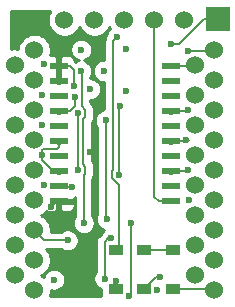
<source format=gbr>
G04 #@! TF.GenerationSoftware,KiCad,Pcbnew,5.1.5+dfsg1-2build2*
G04 #@! TF.CreationDate,2023-07-02T11:19:25+01:00*
G04 #@! TF.ProjectId,hd36106_replacement,68643336-3130-4365-9f72-65706c616365,rev?*
G04 #@! TF.SameCoordinates,Original*
G04 #@! TF.FileFunction,Copper,L1,Top*
G04 #@! TF.FilePolarity,Positive*
%FSLAX46Y46*%
G04 Gerber Fmt 4.6, Leading zero omitted, Abs format (unit mm)*
G04 Created by KiCad (PCBNEW 5.1.5+dfsg1-2build2) date 2023-07-02 11:19:25*
%MOMM*%
%LPD*%
G04 APERTURE LIST*
%ADD10C,1.524000*%
%ADD11R,2.000000X2.000000*%
%ADD12R,1.200000X0.900000*%
%ADD13R,1.500000X0.600000*%
%ADD14C,0.600000*%
%ADD15C,0.200000*%
%ADD16C,0.254000*%
G04 APERTURE END LIST*
D10*
X119330000Y-88000000D03*
X119330000Y-90540000D03*
X119330000Y-93080000D03*
X119330000Y-95620000D03*
X119330000Y-98160000D03*
X119330000Y-100700000D03*
X119330000Y-103240000D03*
X119330000Y-105780000D03*
X134570000Y-105780000D03*
X134570000Y-103240000D03*
X134570000Y-100700000D03*
X134570000Y-98160000D03*
X134570000Y-95620000D03*
X134570000Y-93080000D03*
X134570000Y-90540000D03*
X134570000Y-88000000D03*
D11*
X136525000Y-84074000D03*
D10*
X121000000Y-107070000D03*
X121000000Y-104530000D03*
X121000000Y-101990000D03*
X121000000Y-99450000D03*
X121000000Y-96910000D03*
X121000000Y-94370000D03*
X121000000Y-91830000D03*
X121000000Y-89290000D03*
X121000000Y-86750000D03*
X123540000Y-84210000D03*
X126080000Y-84210000D03*
X128620000Y-84210000D03*
X131160000Y-84210000D03*
X133700000Y-84210000D03*
X136240000Y-86750000D03*
X136240000Y-89290000D03*
X136240000Y-91830000D03*
X136240000Y-94370000D03*
X136240000Y-96910000D03*
X136240000Y-99450000D03*
X136240000Y-101990000D03*
X136240000Y-104530000D03*
X136240000Y-107070000D03*
D12*
X132715000Y-103633000D03*
X132715000Y-106933000D03*
X130302000Y-106933000D03*
X130302000Y-103633000D03*
X127889000Y-103633000D03*
X127889000Y-106933000D03*
D13*
X132550000Y-88085000D03*
X132550000Y-89355000D03*
X132550000Y-90625000D03*
X132550000Y-91895000D03*
X132550000Y-93165000D03*
X132550000Y-94435000D03*
X132550000Y-95705000D03*
X132550000Y-96975000D03*
X132550000Y-98245000D03*
X132550000Y-99515000D03*
X123050000Y-99515000D03*
X123050000Y-98245000D03*
X123050000Y-96975000D03*
X123050000Y-95705000D03*
X123050000Y-88085000D03*
X123050000Y-89355000D03*
X123050000Y-90625000D03*
X123050000Y-91895000D03*
X123050000Y-93165000D03*
X123050000Y-94435000D03*
D14*
X122682000Y-106172000D03*
X131402002Y-107061000D03*
X125452500Y-104671500D03*
X125730000Y-95377000D03*
X124333000Y-89789000D03*
X121666000Y-93091000D03*
X121666000Y-95631000D03*
X121666000Y-90551000D03*
X119253000Y-86233000D03*
X133985000Y-91821000D03*
X122428000Y-100017500D03*
X133858000Y-94361000D03*
X134112000Y-99441000D03*
X133985000Y-96901000D03*
X124402001Y-90678000D03*
X124714000Y-92075000D03*
X124714000Y-96901000D03*
X129159000Y-101346000D03*
X129032000Y-107569000D03*
X123825000Y-102846500D03*
X121793000Y-98171000D03*
X121799998Y-87930121D03*
X126873000Y-88512500D03*
X125183818Y-101384182D03*
X124968000Y-88517100D03*
X126944152Y-106084010D03*
X127531500Y-102682998D03*
X127889000Y-106299000D03*
X131669041Y-105939393D03*
X132588000Y-86233000D03*
X128016000Y-85598000D03*
X128778000Y-90170000D03*
X128778000Y-86687500D03*
X125730000Y-90043000D03*
X124968000Y-86692100D03*
X128143000Y-97282000D03*
X128270000Y-91451500D03*
X133970000Y-86819127D03*
X127041270Y-92691746D03*
X127158968Y-101058225D03*
X124206000Y-98298000D03*
D15*
X133911000Y-91895000D02*
X133985000Y-91821000D01*
X132550000Y-91895000D02*
X133911000Y-91895000D01*
X121666000Y-96055264D02*
X121666000Y-95631000D01*
X122585736Y-96975000D02*
X121666000Y-96055264D01*
X123050000Y-96975000D02*
X122585736Y-96975000D01*
X122930500Y-99515000D02*
X122428000Y-100017500D01*
X123050000Y-99515000D02*
X122930500Y-99515000D01*
X122880001Y-95104999D02*
X121767737Y-95104999D01*
X123050000Y-94935000D02*
X122880001Y-95104999D01*
X121666000Y-95206736D02*
X121666000Y-95631000D01*
X121767737Y-95104999D02*
X121666000Y-95206736D01*
X123050000Y-94435000D02*
X123050000Y-94935000D01*
X133784000Y-94435000D02*
X133858000Y-94361000D01*
X132550000Y-94435000D02*
X133784000Y-94435000D01*
X133911000Y-96975000D02*
X133985000Y-96901000D01*
X132550000Y-96975000D02*
X133911000Y-96975000D01*
X124402001Y-91492999D02*
X124402001Y-90678000D01*
X124000000Y-91895000D02*
X124402001Y-91492999D01*
X123050000Y-91895000D02*
X124000000Y-91895000D01*
X123050000Y-88085000D02*
X123050000Y-89355000D01*
X124333000Y-89364736D02*
X124333000Y-89789000D01*
X124333000Y-88418000D02*
X124333000Y-89364736D01*
X124000000Y-88085000D02*
X124333000Y-88418000D01*
X123050000Y-88085000D02*
X124000000Y-88085000D01*
X124714000Y-92075000D02*
X124714000Y-96901000D01*
X129159000Y-107442000D02*
X129032000Y-107569000D01*
X129159000Y-101346000D02*
X129159000Y-107442000D01*
X121856500Y-102846500D02*
X121000000Y-101990000D01*
X123825000Y-102846500D02*
X121856500Y-102846500D01*
X125183818Y-97319184D02*
X125314001Y-97189001D01*
X125183818Y-101384182D02*
X125183818Y-97319184D01*
X125314001Y-96612999D02*
X125114010Y-96413008D01*
X125314001Y-97189001D02*
X125314001Y-96612999D01*
X125114010Y-96413008D02*
X125114010Y-92562992D01*
X125314001Y-91786999D02*
X125002001Y-91474999D01*
X125314001Y-92363001D02*
X125314001Y-91786999D01*
X125114010Y-92562992D02*
X125314001Y-92363001D01*
X125002001Y-88551101D02*
X124968000Y-88517100D01*
X125002001Y-91474999D02*
X125002001Y-88551101D01*
X127249000Y-102682998D02*
X127531500Y-102682998D01*
X126944152Y-102987846D02*
X127249000Y-102682998D01*
X126944152Y-106084010D02*
X126944152Y-102987846D01*
X131160000Y-84210000D02*
X131160000Y-99156000D01*
X131519000Y-99515000D02*
X132550000Y-99515000D01*
X131160000Y-99156000D02*
X131519000Y-99515000D01*
X127889000Y-106933000D02*
X127889000Y-106299000D01*
X131295607Y-105939393D02*
X130302000Y-106933000D01*
X131669041Y-105939393D02*
X131295607Y-105939393D01*
X130302000Y-103633000D02*
X132715000Y-103633000D01*
X136103000Y-106933000D02*
X136240000Y-107070000D01*
X132715000Y-106933000D02*
X136103000Y-106933000D01*
X136510000Y-84074000D02*
X136525000Y-84074000D01*
X135407762Y-84074000D02*
X136525000Y-84074000D01*
X133248762Y-86233000D02*
X135407762Y-84074000D01*
X132588000Y-86233000D02*
X133248762Y-86233000D01*
X127669999Y-85944001D02*
X128016000Y-85598000D01*
X127542999Y-96993999D02*
X127669999Y-96866999D01*
X127542999Y-97570001D02*
X127542999Y-96993999D01*
X127669999Y-96866999D02*
X127669999Y-85944001D01*
X128131501Y-98158503D02*
X127542999Y-97570001D01*
X128131501Y-103390499D02*
X128131501Y-98158503D01*
X127889000Y-103633000D02*
X128131501Y-103390499D01*
X134485000Y-88085000D02*
X134570000Y-88000000D01*
X132550000Y-88085000D02*
X134485000Y-88085000D01*
X128143000Y-91578500D02*
X128270000Y-91451500D01*
X128143000Y-97282000D02*
X128143000Y-91578500D01*
X136170873Y-86819127D02*
X136240000Y-86750000D01*
X133970000Y-86819127D02*
X136170873Y-86819127D01*
X127041270Y-100940527D02*
X127158968Y-101058225D01*
X127041270Y-92691746D02*
X127041270Y-100940527D01*
X123103000Y-98298000D02*
X123050000Y-98245000D01*
X124206000Y-98298000D02*
X123103000Y-98298000D01*
D16*
G36*
X122301995Y-83548273D02*
G01*
X122196686Y-83802510D01*
X122143000Y-84072408D01*
X122143000Y-84347592D01*
X122196686Y-84617490D01*
X122301995Y-84871727D01*
X122454880Y-85100535D01*
X122649465Y-85295120D01*
X122878273Y-85448005D01*
X123132510Y-85553314D01*
X123402408Y-85607000D01*
X123677592Y-85607000D01*
X123947490Y-85553314D01*
X124201727Y-85448005D01*
X124430535Y-85295120D01*
X124625120Y-85100535D01*
X124778005Y-84871727D01*
X124810000Y-84794485D01*
X124841995Y-84871727D01*
X124994880Y-85100535D01*
X125189465Y-85295120D01*
X125418273Y-85448005D01*
X125672510Y-85553314D01*
X125942408Y-85607000D01*
X126217592Y-85607000D01*
X126487490Y-85553314D01*
X126741727Y-85448005D01*
X126970535Y-85295120D01*
X127165120Y-85100535D01*
X127318005Y-84871727D01*
X127350000Y-84794485D01*
X127381995Y-84871727D01*
X127397211Y-84894499D01*
X127289738Y-85001972D01*
X127187414Y-85155111D01*
X127116932Y-85325271D01*
X127081735Y-85502217D01*
X127055913Y-85533681D01*
X127018040Y-85604537D01*
X126987663Y-85661368D01*
X126945634Y-85799916D01*
X126931443Y-85944001D01*
X126935000Y-85980116D01*
X126935000Y-87577500D01*
X126780911Y-87577500D01*
X126600271Y-87613432D01*
X126430111Y-87683914D01*
X126276972Y-87786238D01*
X126146738Y-87916472D01*
X126044414Y-88069611D01*
X125973932Y-88239771D01*
X125938000Y-88420411D01*
X125938000Y-88604589D01*
X125973932Y-88785229D01*
X126044414Y-88955389D01*
X126146738Y-89108528D01*
X126276972Y-89238762D01*
X126430111Y-89341086D01*
X126600271Y-89411568D01*
X126780911Y-89447500D01*
X126935000Y-89447500D01*
X126934999Y-91759567D01*
X126768541Y-91792678D01*
X126598381Y-91863160D01*
X126445242Y-91965484D01*
X126315008Y-92095718D01*
X126212684Y-92248857D01*
X126142202Y-92419017D01*
X126106270Y-92599657D01*
X126106270Y-92783835D01*
X126142202Y-92964475D01*
X126212684Y-93134635D01*
X126306270Y-93274697D01*
X126306271Y-100673546D01*
X126259900Y-100785496D01*
X126223968Y-100966136D01*
X126223968Y-101150314D01*
X126259900Y-101330954D01*
X126330382Y-101501114D01*
X126432706Y-101654253D01*
X126562940Y-101784487D01*
X126716079Y-101886811D01*
X126886239Y-101957293D01*
X126926839Y-101965369D01*
X126805238Y-102086970D01*
X126791352Y-102107753D01*
X126726762Y-102160760D01*
X126703741Y-102188811D01*
X126449960Y-102442592D01*
X126421915Y-102465608D01*
X126330066Y-102577526D01*
X126282704Y-102666135D01*
X126261816Y-102705213D01*
X126219787Y-102843761D01*
X126205596Y-102987846D01*
X126209153Y-103023961D01*
X126209152Y-105501059D01*
X126115566Y-105641121D01*
X126045084Y-105811281D01*
X126009152Y-105991921D01*
X126009152Y-106176099D01*
X126045084Y-106356739D01*
X126115566Y-106526899D01*
X126217890Y-106680038D01*
X126348124Y-106810272D01*
X126501263Y-106912596D01*
X126650928Y-106974589D01*
X126650928Y-107383000D01*
X126663188Y-107507482D01*
X126674266Y-107544000D01*
X122315765Y-107544000D01*
X122343314Y-107477490D01*
X122397000Y-107207592D01*
X122397000Y-107065985D01*
X122409271Y-107071068D01*
X122589911Y-107107000D01*
X122774089Y-107107000D01*
X122954729Y-107071068D01*
X123124889Y-107000586D01*
X123278028Y-106898262D01*
X123408262Y-106768028D01*
X123510586Y-106614889D01*
X123581068Y-106444729D01*
X123617000Y-106264089D01*
X123617000Y-106079911D01*
X123581068Y-105899271D01*
X123510586Y-105729111D01*
X123408262Y-105575972D01*
X123278028Y-105445738D01*
X123124889Y-105343414D01*
X122954729Y-105272932D01*
X122774089Y-105237000D01*
X122589911Y-105237000D01*
X122409271Y-105272932D01*
X122239111Y-105343414D01*
X122085972Y-105445738D01*
X121955738Y-105575972D01*
X121853414Y-105729111D01*
X121782932Y-105899271D01*
X121780525Y-105911373D01*
X121661727Y-105831995D01*
X121584485Y-105800000D01*
X121661727Y-105768005D01*
X121890535Y-105615120D01*
X122085120Y-105420535D01*
X122238005Y-105191727D01*
X122343314Y-104937490D01*
X122397000Y-104667592D01*
X122397000Y-104392408D01*
X122343314Y-104122510D01*
X122238005Y-103868273D01*
X122085120Y-103639465D01*
X122027155Y-103581500D01*
X123242049Y-103581500D01*
X123382111Y-103675086D01*
X123552271Y-103745568D01*
X123732911Y-103781500D01*
X123917089Y-103781500D01*
X124097729Y-103745568D01*
X124267889Y-103675086D01*
X124421028Y-103572762D01*
X124551262Y-103442528D01*
X124653586Y-103289389D01*
X124724068Y-103119229D01*
X124760000Y-102938589D01*
X124760000Y-102754411D01*
X124724068Y-102573771D01*
X124653586Y-102403611D01*
X124551262Y-102250472D01*
X124421028Y-102120238D01*
X124267889Y-102017914D01*
X124097729Y-101947432D01*
X123917089Y-101911500D01*
X123732911Y-101911500D01*
X123552271Y-101947432D01*
X123382111Y-102017914D01*
X123242049Y-102111500D01*
X122397000Y-102111500D01*
X122397000Y-101852408D01*
X122343314Y-101582510D01*
X122238005Y-101328273D01*
X122085120Y-101099465D01*
X121890535Y-100904880D01*
X121661727Y-100751995D01*
X121584485Y-100720000D01*
X121661727Y-100688005D01*
X121890535Y-100535120D01*
X122033229Y-100392426D01*
X122055820Y-100404502D01*
X122175518Y-100440812D01*
X122300000Y-100453072D01*
X122764250Y-100450000D01*
X122923000Y-100291250D01*
X122923000Y-99642000D01*
X123177000Y-99642000D01*
X123177000Y-100291250D01*
X123335750Y-100450000D01*
X123800000Y-100453072D01*
X123924482Y-100440812D01*
X124044180Y-100404502D01*
X124154494Y-100345537D01*
X124251185Y-100266185D01*
X124330537Y-100169494D01*
X124389502Y-100059180D01*
X124425812Y-99939482D01*
X124438072Y-99815000D01*
X124435000Y-99800750D01*
X124276250Y-99642000D01*
X123177000Y-99642000D01*
X122923000Y-99642000D01*
X122903000Y-99642000D01*
X122903000Y-99388000D01*
X122923000Y-99388000D01*
X122923000Y-99368000D01*
X123177000Y-99368000D01*
X123177000Y-99388000D01*
X124276250Y-99388000D01*
X124435000Y-99229250D01*
X124438072Y-99215000D01*
X124437121Y-99205344D01*
X124448819Y-99203018D01*
X124448818Y-100801231D01*
X124355232Y-100941293D01*
X124284750Y-101111453D01*
X124248818Y-101292093D01*
X124248818Y-101476271D01*
X124284750Y-101656911D01*
X124355232Y-101827071D01*
X124457556Y-101980210D01*
X124587790Y-102110444D01*
X124740929Y-102212768D01*
X124911089Y-102283250D01*
X125091729Y-102319182D01*
X125275907Y-102319182D01*
X125456547Y-102283250D01*
X125626707Y-102212768D01*
X125779846Y-102110444D01*
X125910080Y-101980210D01*
X126012404Y-101827071D01*
X126082886Y-101656911D01*
X126118818Y-101476271D01*
X126118818Y-101292093D01*
X126082886Y-101111453D01*
X126012404Y-100941293D01*
X125918818Y-100801231D01*
X125918818Y-97610616D01*
X125928088Y-97599321D01*
X125996338Y-97471634D01*
X126038366Y-97333086D01*
X126049001Y-97225106D01*
X126049001Y-97225105D01*
X126052557Y-97189001D01*
X126049001Y-97152896D01*
X126049001Y-96649104D01*
X126052557Y-96612999D01*
X126038366Y-96468913D01*
X126021407Y-96413008D01*
X125996338Y-96330366D01*
X125928088Y-96202679D01*
X125849010Y-96106322D01*
X125849010Y-92869676D01*
X125928088Y-92773321D01*
X125996338Y-92645634D01*
X126028584Y-92539333D01*
X126038366Y-92507087D01*
X126052557Y-92363001D01*
X126049001Y-92326896D01*
X126049001Y-91823104D01*
X126052557Y-91786999D01*
X126038366Y-91642914D01*
X125996338Y-91504365D01*
X125958948Y-91434415D01*
X125928088Y-91376679D01*
X125836239Y-91264761D01*
X125808188Y-91241740D01*
X125737001Y-91170553D01*
X125737001Y-90978000D01*
X125822089Y-90978000D01*
X126002729Y-90942068D01*
X126172889Y-90871586D01*
X126326028Y-90769262D01*
X126456262Y-90639028D01*
X126558586Y-90485889D01*
X126629068Y-90315729D01*
X126665000Y-90135089D01*
X126665000Y-89950911D01*
X126629068Y-89770271D01*
X126558586Y-89600111D01*
X126456262Y-89446972D01*
X126326028Y-89316738D01*
X126172889Y-89214414D01*
X126002729Y-89143932D01*
X125822089Y-89108000D01*
X125737001Y-89108000D01*
X125737001Y-89049164D01*
X125796586Y-88959989D01*
X125867068Y-88789829D01*
X125903000Y-88609189D01*
X125903000Y-88425011D01*
X125867068Y-88244371D01*
X125796586Y-88074211D01*
X125694262Y-87921072D01*
X125564028Y-87790838D01*
X125410889Y-87688514D01*
X125240729Y-87618032D01*
X125173203Y-87604600D01*
X125240729Y-87591168D01*
X125410889Y-87520686D01*
X125564028Y-87418362D01*
X125694262Y-87288128D01*
X125796586Y-87134989D01*
X125867068Y-86964829D01*
X125903000Y-86784189D01*
X125903000Y-86600011D01*
X125867068Y-86419371D01*
X125796586Y-86249211D01*
X125694262Y-86096072D01*
X125564028Y-85965838D01*
X125410889Y-85863514D01*
X125240729Y-85793032D01*
X125060089Y-85757100D01*
X124875911Y-85757100D01*
X124695271Y-85793032D01*
X124525111Y-85863514D01*
X124371972Y-85965838D01*
X124241738Y-86096072D01*
X124139414Y-86249211D01*
X124068932Y-86419371D01*
X124033000Y-86600011D01*
X124033000Y-86784189D01*
X124068932Y-86964829D01*
X124139414Y-87134989D01*
X124241738Y-87288128D01*
X124371972Y-87418362D01*
X124525111Y-87520686D01*
X124695271Y-87591168D01*
X124762797Y-87604600D01*
X124695271Y-87618032D01*
X124525111Y-87688514D01*
X124434530Y-87749038D01*
X124425812Y-87660518D01*
X124389502Y-87540820D01*
X124330537Y-87430506D01*
X124251185Y-87333815D01*
X124154494Y-87254463D01*
X124044180Y-87195498D01*
X123924482Y-87159188D01*
X123800000Y-87146928D01*
X123335750Y-87150000D01*
X123177000Y-87308750D01*
X123177000Y-87958000D01*
X123197000Y-87958000D01*
X123197000Y-88212000D01*
X123177000Y-88212000D01*
X123177000Y-89228000D01*
X123197000Y-89228000D01*
X123197000Y-89482000D01*
X123177000Y-89482000D01*
X123177000Y-89502000D01*
X122923000Y-89502000D01*
X122923000Y-89482000D01*
X122903000Y-89482000D01*
X122903000Y-89228000D01*
X122923000Y-89228000D01*
X122923000Y-88212000D01*
X122903000Y-88212000D01*
X122903000Y-87958000D01*
X122923000Y-87958000D01*
X122923000Y-87308750D01*
X122764250Y-87150000D01*
X122345355Y-87147228D01*
X122397000Y-86887592D01*
X122397000Y-86612408D01*
X122343314Y-86342510D01*
X122238005Y-86088273D01*
X122085120Y-85859465D01*
X121890535Y-85664880D01*
X121661727Y-85511995D01*
X121407490Y-85406686D01*
X121137592Y-85353000D01*
X120862408Y-85353000D01*
X120592510Y-85406686D01*
X120338273Y-85511995D01*
X120109465Y-85664880D01*
X119914880Y-85859465D01*
X119761995Y-86088273D01*
X119656686Y-86342510D01*
X119603000Y-86612408D01*
X119603000Y-86628378D01*
X119532865Y-86610977D01*
X119257983Y-86598090D01*
X119024000Y-86633334D01*
X119024000Y-83464000D01*
X122358305Y-83464000D01*
X122301995Y-83548273D01*
G37*
X122301995Y-83548273D02*
X122196686Y-83802510D01*
X122143000Y-84072408D01*
X122143000Y-84347592D01*
X122196686Y-84617490D01*
X122301995Y-84871727D01*
X122454880Y-85100535D01*
X122649465Y-85295120D01*
X122878273Y-85448005D01*
X123132510Y-85553314D01*
X123402408Y-85607000D01*
X123677592Y-85607000D01*
X123947490Y-85553314D01*
X124201727Y-85448005D01*
X124430535Y-85295120D01*
X124625120Y-85100535D01*
X124778005Y-84871727D01*
X124810000Y-84794485D01*
X124841995Y-84871727D01*
X124994880Y-85100535D01*
X125189465Y-85295120D01*
X125418273Y-85448005D01*
X125672510Y-85553314D01*
X125942408Y-85607000D01*
X126217592Y-85607000D01*
X126487490Y-85553314D01*
X126741727Y-85448005D01*
X126970535Y-85295120D01*
X127165120Y-85100535D01*
X127318005Y-84871727D01*
X127350000Y-84794485D01*
X127381995Y-84871727D01*
X127397211Y-84894499D01*
X127289738Y-85001972D01*
X127187414Y-85155111D01*
X127116932Y-85325271D01*
X127081735Y-85502217D01*
X127055913Y-85533681D01*
X127018040Y-85604537D01*
X126987663Y-85661368D01*
X126945634Y-85799916D01*
X126931443Y-85944001D01*
X126935000Y-85980116D01*
X126935000Y-87577500D01*
X126780911Y-87577500D01*
X126600271Y-87613432D01*
X126430111Y-87683914D01*
X126276972Y-87786238D01*
X126146738Y-87916472D01*
X126044414Y-88069611D01*
X125973932Y-88239771D01*
X125938000Y-88420411D01*
X125938000Y-88604589D01*
X125973932Y-88785229D01*
X126044414Y-88955389D01*
X126146738Y-89108528D01*
X126276972Y-89238762D01*
X126430111Y-89341086D01*
X126600271Y-89411568D01*
X126780911Y-89447500D01*
X126935000Y-89447500D01*
X126934999Y-91759567D01*
X126768541Y-91792678D01*
X126598381Y-91863160D01*
X126445242Y-91965484D01*
X126315008Y-92095718D01*
X126212684Y-92248857D01*
X126142202Y-92419017D01*
X126106270Y-92599657D01*
X126106270Y-92783835D01*
X126142202Y-92964475D01*
X126212684Y-93134635D01*
X126306270Y-93274697D01*
X126306271Y-100673546D01*
X126259900Y-100785496D01*
X126223968Y-100966136D01*
X126223968Y-101150314D01*
X126259900Y-101330954D01*
X126330382Y-101501114D01*
X126432706Y-101654253D01*
X126562940Y-101784487D01*
X126716079Y-101886811D01*
X126886239Y-101957293D01*
X126926839Y-101965369D01*
X126805238Y-102086970D01*
X126791352Y-102107753D01*
X126726762Y-102160760D01*
X126703741Y-102188811D01*
X126449960Y-102442592D01*
X126421915Y-102465608D01*
X126330066Y-102577526D01*
X126282704Y-102666135D01*
X126261816Y-102705213D01*
X126219787Y-102843761D01*
X126205596Y-102987846D01*
X126209153Y-103023961D01*
X126209152Y-105501059D01*
X126115566Y-105641121D01*
X126045084Y-105811281D01*
X126009152Y-105991921D01*
X126009152Y-106176099D01*
X126045084Y-106356739D01*
X126115566Y-106526899D01*
X126217890Y-106680038D01*
X126348124Y-106810272D01*
X126501263Y-106912596D01*
X126650928Y-106974589D01*
X126650928Y-107383000D01*
X126663188Y-107507482D01*
X126674266Y-107544000D01*
X122315765Y-107544000D01*
X122343314Y-107477490D01*
X122397000Y-107207592D01*
X122397000Y-107065985D01*
X122409271Y-107071068D01*
X122589911Y-107107000D01*
X122774089Y-107107000D01*
X122954729Y-107071068D01*
X123124889Y-107000586D01*
X123278028Y-106898262D01*
X123408262Y-106768028D01*
X123510586Y-106614889D01*
X123581068Y-106444729D01*
X123617000Y-106264089D01*
X123617000Y-106079911D01*
X123581068Y-105899271D01*
X123510586Y-105729111D01*
X123408262Y-105575972D01*
X123278028Y-105445738D01*
X123124889Y-105343414D01*
X122954729Y-105272932D01*
X122774089Y-105237000D01*
X122589911Y-105237000D01*
X122409271Y-105272932D01*
X122239111Y-105343414D01*
X122085972Y-105445738D01*
X121955738Y-105575972D01*
X121853414Y-105729111D01*
X121782932Y-105899271D01*
X121780525Y-105911373D01*
X121661727Y-105831995D01*
X121584485Y-105800000D01*
X121661727Y-105768005D01*
X121890535Y-105615120D01*
X122085120Y-105420535D01*
X122238005Y-105191727D01*
X122343314Y-104937490D01*
X122397000Y-104667592D01*
X122397000Y-104392408D01*
X122343314Y-104122510D01*
X122238005Y-103868273D01*
X122085120Y-103639465D01*
X122027155Y-103581500D01*
X123242049Y-103581500D01*
X123382111Y-103675086D01*
X123552271Y-103745568D01*
X123732911Y-103781500D01*
X123917089Y-103781500D01*
X124097729Y-103745568D01*
X124267889Y-103675086D01*
X124421028Y-103572762D01*
X124551262Y-103442528D01*
X124653586Y-103289389D01*
X124724068Y-103119229D01*
X124760000Y-102938589D01*
X124760000Y-102754411D01*
X124724068Y-102573771D01*
X124653586Y-102403611D01*
X124551262Y-102250472D01*
X124421028Y-102120238D01*
X124267889Y-102017914D01*
X124097729Y-101947432D01*
X123917089Y-101911500D01*
X123732911Y-101911500D01*
X123552271Y-101947432D01*
X123382111Y-102017914D01*
X123242049Y-102111500D01*
X122397000Y-102111500D01*
X122397000Y-101852408D01*
X122343314Y-101582510D01*
X122238005Y-101328273D01*
X122085120Y-101099465D01*
X121890535Y-100904880D01*
X121661727Y-100751995D01*
X121584485Y-100720000D01*
X121661727Y-100688005D01*
X121890535Y-100535120D01*
X122033229Y-100392426D01*
X122055820Y-100404502D01*
X122175518Y-100440812D01*
X122300000Y-100453072D01*
X122764250Y-100450000D01*
X122923000Y-100291250D01*
X122923000Y-99642000D01*
X123177000Y-99642000D01*
X123177000Y-100291250D01*
X123335750Y-100450000D01*
X123800000Y-100453072D01*
X123924482Y-100440812D01*
X124044180Y-100404502D01*
X124154494Y-100345537D01*
X124251185Y-100266185D01*
X124330537Y-100169494D01*
X124389502Y-100059180D01*
X124425812Y-99939482D01*
X124438072Y-99815000D01*
X124435000Y-99800750D01*
X124276250Y-99642000D01*
X123177000Y-99642000D01*
X122923000Y-99642000D01*
X122903000Y-99642000D01*
X122903000Y-99388000D01*
X122923000Y-99388000D01*
X122923000Y-99368000D01*
X123177000Y-99368000D01*
X123177000Y-99388000D01*
X124276250Y-99388000D01*
X124435000Y-99229250D01*
X124438072Y-99215000D01*
X124437121Y-99205344D01*
X124448819Y-99203018D01*
X124448818Y-100801231D01*
X124355232Y-100941293D01*
X124284750Y-101111453D01*
X124248818Y-101292093D01*
X124248818Y-101476271D01*
X124284750Y-101656911D01*
X124355232Y-101827071D01*
X124457556Y-101980210D01*
X124587790Y-102110444D01*
X124740929Y-102212768D01*
X124911089Y-102283250D01*
X125091729Y-102319182D01*
X125275907Y-102319182D01*
X125456547Y-102283250D01*
X125626707Y-102212768D01*
X125779846Y-102110444D01*
X125910080Y-101980210D01*
X126012404Y-101827071D01*
X126082886Y-101656911D01*
X126118818Y-101476271D01*
X126118818Y-101292093D01*
X126082886Y-101111453D01*
X126012404Y-100941293D01*
X125918818Y-100801231D01*
X125918818Y-97610616D01*
X125928088Y-97599321D01*
X125996338Y-97471634D01*
X126038366Y-97333086D01*
X126049001Y-97225106D01*
X126049001Y-97225105D01*
X126052557Y-97189001D01*
X126049001Y-97152896D01*
X126049001Y-96649104D01*
X126052557Y-96612999D01*
X126038366Y-96468913D01*
X126021407Y-96413008D01*
X125996338Y-96330366D01*
X125928088Y-96202679D01*
X125849010Y-96106322D01*
X125849010Y-92869676D01*
X125928088Y-92773321D01*
X125996338Y-92645634D01*
X126028584Y-92539333D01*
X126038366Y-92507087D01*
X126052557Y-92363001D01*
X126049001Y-92326896D01*
X126049001Y-91823104D01*
X126052557Y-91786999D01*
X126038366Y-91642914D01*
X125996338Y-91504365D01*
X125958948Y-91434415D01*
X125928088Y-91376679D01*
X125836239Y-91264761D01*
X125808188Y-91241740D01*
X125737001Y-91170553D01*
X125737001Y-90978000D01*
X125822089Y-90978000D01*
X126002729Y-90942068D01*
X126172889Y-90871586D01*
X126326028Y-90769262D01*
X126456262Y-90639028D01*
X126558586Y-90485889D01*
X126629068Y-90315729D01*
X126665000Y-90135089D01*
X126665000Y-89950911D01*
X126629068Y-89770271D01*
X126558586Y-89600111D01*
X126456262Y-89446972D01*
X126326028Y-89316738D01*
X126172889Y-89214414D01*
X126002729Y-89143932D01*
X125822089Y-89108000D01*
X125737001Y-89108000D01*
X125737001Y-89049164D01*
X125796586Y-88959989D01*
X125867068Y-88789829D01*
X125903000Y-88609189D01*
X125903000Y-88425011D01*
X125867068Y-88244371D01*
X125796586Y-88074211D01*
X125694262Y-87921072D01*
X125564028Y-87790838D01*
X125410889Y-87688514D01*
X125240729Y-87618032D01*
X125173203Y-87604600D01*
X125240729Y-87591168D01*
X125410889Y-87520686D01*
X125564028Y-87418362D01*
X125694262Y-87288128D01*
X125796586Y-87134989D01*
X125867068Y-86964829D01*
X125903000Y-86784189D01*
X125903000Y-86600011D01*
X125867068Y-86419371D01*
X125796586Y-86249211D01*
X125694262Y-86096072D01*
X125564028Y-85965838D01*
X125410889Y-85863514D01*
X125240729Y-85793032D01*
X125060089Y-85757100D01*
X124875911Y-85757100D01*
X124695271Y-85793032D01*
X124525111Y-85863514D01*
X124371972Y-85965838D01*
X124241738Y-86096072D01*
X124139414Y-86249211D01*
X124068932Y-86419371D01*
X124033000Y-86600011D01*
X124033000Y-86784189D01*
X124068932Y-86964829D01*
X124139414Y-87134989D01*
X124241738Y-87288128D01*
X124371972Y-87418362D01*
X124525111Y-87520686D01*
X124695271Y-87591168D01*
X124762797Y-87604600D01*
X124695271Y-87618032D01*
X124525111Y-87688514D01*
X124434530Y-87749038D01*
X124425812Y-87660518D01*
X124389502Y-87540820D01*
X124330537Y-87430506D01*
X124251185Y-87333815D01*
X124154494Y-87254463D01*
X124044180Y-87195498D01*
X123924482Y-87159188D01*
X123800000Y-87146928D01*
X123335750Y-87150000D01*
X123177000Y-87308750D01*
X123177000Y-87958000D01*
X123197000Y-87958000D01*
X123197000Y-88212000D01*
X123177000Y-88212000D01*
X123177000Y-89228000D01*
X123197000Y-89228000D01*
X123197000Y-89482000D01*
X123177000Y-89482000D01*
X123177000Y-89502000D01*
X122923000Y-89502000D01*
X122923000Y-89482000D01*
X122903000Y-89482000D01*
X122903000Y-89228000D01*
X122923000Y-89228000D01*
X122923000Y-88212000D01*
X122903000Y-88212000D01*
X122903000Y-87958000D01*
X122923000Y-87958000D01*
X122923000Y-87308750D01*
X122764250Y-87150000D01*
X122345355Y-87147228D01*
X122397000Y-86887592D01*
X122397000Y-86612408D01*
X122343314Y-86342510D01*
X122238005Y-86088273D01*
X122085120Y-85859465D01*
X121890535Y-85664880D01*
X121661727Y-85511995D01*
X121407490Y-85406686D01*
X121137592Y-85353000D01*
X120862408Y-85353000D01*
X120592510Y-85406686D01*
X120338273Y-85511995D01*
X120109465Y-85664880D01*
X119914880Y-85859465D01*
X119761995Y-86088273D01*
X119656686Y-86342510D01*
X119603000Y-86612408D01*
X119603000Y-86628378D01*
X119532865Y-86610977D01*
X119257983Y-86598090D01*
X119024000Y-86633334D01*
X119024000Y-83464000D01*
X122358305Y-83464000D01*
X122301995Y-83548273D01*
G36*
X136433748Y-104515858D02*
G01*
X136419605Y-104530000D01*
X136433748Y-104544143D01*
X136254143Y-104723748D01*
X136240000Y-104709605D01*
X136225858Y-104723748D01*
X136046253Y-104544143D01*
X136060395Y-104530000D01*
X136046253Y-104515858D01*
X136225858Y-104336253D01*
X136240000Y-104350395D01*
X136254143Y-104336253D01*
X136433748Y-104515858D01*
G37*
X136433748Y-104515858D02*
X136419605Y-104530000D01*
X136433748Y-104544143D01*
X136254143Y-104723748D01*
X136240000Y-104709605D01*
X136225858Y-104723748D01*
X136046253Y-104544143D01*
X136060395Y-104530000D01*
X136046253Y-104515858D01*
X136225858Y-104336253D01*
X136240000Y-104350395D01*
X136254143Y-104336253D01*
X136433748Y-104515858D01*
G36*
X133985515Y-99430000D02*
G01*
X133938072Y-99449652D01*
X133938072Y-99410348D01*
X133985515Y-99430000D01*
G37*
X133985515Y-99430000D02*
X133938072Y-99449652D01*
X133938072Y-99410348D01*
X133985515Y-99430000D01*
G36*
X123177000Y-96848000D02*
G01*
X123197000Y-96848000D01*
X123197000Y-97102000D01*
X123177000Y-97102000D01*
X123177000Y-97122000D01*
X122923000Y-97122000D01*
X122923000Y-97102000D01*
X122903000Y-97102000D01*
X122903000Y-96848000D01*
X122923000Y-96848000D01*
X122923000Y-96828000D01*
X123177000Y-96828000D01*
X123177000Y-96848000D01*
G37*
X123177000Y-96848000D02*
X123197000Y-96848000D01*
X123197000Y-97102000D01*
X123177000Y-97102000D01*
X123177000Y-97122000D01*
X122923000Y-97122000D01*
X122923000Y-97102000D01*
X122903000Y-97102000D01*
X122903000Y-96848000D01*
X122923000Y-96848000D01*
X122923000Y-96828000D01*
X123177000Y-96828000D01*
X123177000Y-96848000D01*
G36*
X132677000Y-96848000D02*
G01*
X132697000Y-96848000D01*
X132697000Y-97102000D01*
X132677000Y-97102000D01*
X132677000Y-97122000D01*
X132423000Y-97122000D01*
X132423000Y-97102000D01*
X132403000Y-97102000D01*
X132403000Y-96848000D01*
X132423000Y-96848000D01*
X132423000Y-96828000D01*
X132677000Y-96828000D01*
X132677000Y-96848000D01*
G37*
X132677000Y-96848000D02*
X132697000Y-96848000D01*
X132697000Y-97102000D01*
X132677000Y-97102000D01*
X132677000Y-97122000D01*
X132423000Y-97122000D01*
X132423000Y-97102000D01*
X132403000Y-97102000D01*
X132403000Y-96848000D01*
X132423000Y-96848000D01*
X132423000Y-96828000D01*
X132677000Y-96828000D01*
X132677000Y-96848000D01*
G36*
X133985515Y-96890000D02*
G01*
X133935000Y-96910924D01*
X133935000Y-96869076D01*
X133985515Y-96890000D01*
G37*
X133985515Y-96890000D02*
X133935000Y-96910924D01*
X133935000Y-96869076D01*
X133985515Y-96890000D01*
G36*
X133893297Y-96847998D02*
G01*
X133776252Y-96847998D01*
X133823134Y-96801116D01*
X133893297Y-96847998D01*
G37*
X133893297Y-96847998D02*
X133776252Y-96847998D01*
X133823134Y-96801116D01*
X133893297Y-96847998D01*
G36*
X121661928Y-95672129D02*
G01*
X121661727Y-95671995D01*
X121584485Y-95640000D01*
X121661727Y-95608005D01*
X121661928Y-95607871D01*
X121661928Y-95672129D01*
G37*
X121661928Y-95672129D02*
X121661727Y-95671995D01*
X121584485Y-95640000D01*
X121661727Y-95608005D01*
X121661928Y-95607871D01*
X121661928Y-95672129D01*
G36*
X132677000Y-94308000D02*
G01*
X132697000Y-94308000D01*
X132697000Y-94562000D01*
X132677000Y-94562000D01*
X132677000Y-94582000D01*
X132423000Y-94582000D01*
X132423000Y-94562000D01*
X132403000Y-94562000D01*
X132403000Y-94308000D01*
X132423000Y-94308000D01*
X132423000Y-94288000D01*
X132677000Y-94288000D01*
X132677000Y-94308000D01*
G37*
X132677000Y-94308000D02*
X132697000Y-94308000D01*
X132697000Y-94562000D01*
X132677000Y-94562000D01*
X132677000Y-94582000D01*
X132423000Y-94582000D01*
X132423000Y-94562000D01*
X132403000Y-94562000D01*
X132403000Y-94308000D01*
X132423000Y-94308000D01*
X132423000Y-94288000D01*
X132677000Y-94288000D01*
X132677000Y-94308000D01*
G36*
X123177000Y-94308000D02*
G01*
X123197000Y-94308000D01*
X123197000Y-94562000D01*
X123177000Y-94562000D01*
X123177000Y-94582000D01*
X122923000Y-94582000D01*
X122923000Y-94562000D01*
X122903000Y-94562000D01*
X122903000Y-94308000D01*
X122923000Y-94308000D01*
X122923000Y-94288000D01*
X123177000Y-94288000D01*
X123177000Y-94308000D01*
G37*
X123177000Y-94308000D02*
X123197000Y-94308000D01*
X123197000Y-94562000D01*
X123177000Y-94562000D01*
X123177000Y-94582000D01*
X122923000Y-94582000D01*
X122923000Y-94562000D01*
X122903000Y-94562000D01*
X122903000Y-94308000D01*
X122923000Y-94308000D01*
X122923000Y-94288000D01*
X123177000Y-94288000D01*
X123177000Y-94308000D01*
G36*
X133985515Y-94350000D02*
G01*
X133935000Y-94370924D01*
X133935000Y-94329076D01*
X133985515Y-94350000D01*
G37*
X133985515Y-94350000D02*
X133935000Y-94370924D01*
X133935000Y-94329076D01*
X133985515Y-94350000D01*
G36*
X133893297Y-94307998D02*
G01*
X133776252Y-94307998D01*
X133823134Y-94261116D01*
X133893297Y-94307998D01*
G37*
X133893297Y-94307998D02*
X133776252Y-94307998D01*
X133823134Y-94261116D01*
X133893297Y-94307998D01*
G36*
X121661928Y-93132129D02*
G01*
X121661727Y-93131995D01*
X121584485Y-93100000D01*
X121661727Y-93068005D01*
X121661928Y-93067871D01*
X121661928Y-93132129D01*
G37*
X121661928Y-93132129D02*
X121661727Y-93131995D01*
X121584485Y-93100000D01*
X121661727Y-93068005D01*
X121661928Y-93067871D01*
X121661928Y-93132129D01*
G36*
X132677000Y-91768000D02*
G01*
X132697000Y-91768000D01*
X132697000Y-92022000D01*
X132677000Y-92022000D01*
X132677000Y-92042000D01*
X132423000Y-92042000D01*
X132423000Y-92022000D01*
X132403000Y-92022000D01*
X132403000Y-91768000D01*
X132423000Y-91768000D01*
X132423000Y-91748000D01*
X132677000Y-91748000D01*
X132677000Y-91768000D01*
G37*
X132677000Y-91768000D02*
X132697000Y-91768000D01*
X132697000Y-92022000D01*
X132677000Y-92022000D01*
X132677000Y-92042000D01*
X132423000Y-92042000D01*
X132423000Y-92022000D01*
X132403000Y-92022000D01*
X132403000Y-91768000D01*
X132423000Y-91768000D01*
X132423000Y-91748000D01*
X132677000Y-91748000D01*
X132677000Y-91768000D01*
G36*
X123177000Y-91768000D02*
G01*
X123197000Y-91768000D01*
X123197000Y-92022000D01*
X123177000Y-92022000D01*
X123177000Y-92042000D01*
X122923000Y-92042000D01*
X122923000Y-92022000D01*
X122903000Y-92022000D01*
X122903000Y-91768000D01*
X122923000Y-91768000D01*
X122923000Y-91748000D01*
X123177000Y-91748000D01*
X123177000Y-91768000D01*
G37*
X123177000Y-91768000D02*
X123197000Y-91768000D01*
X123197000Y-92022000D01*
X123177000Y-92022000D01*
X123177000Y-92042000D01*
X122923000Y-92042000D01*
X122923000Y-92022000D01*
X122903000Y-92022000D01*
X122903000Y-91768000D01*
X122923000Y-91768000D01*
X122923000Y-91748000D01*
X123177000Y-91748000D01*
X123177000Y-91768000D01*
G36*
X133985515Y-91810000D02*
G01*
X133935000Y-91830924D01*
X133935000Y-91789076D01*
X133985515Y-91810000D01*
G37*
X133985515Y-91810000D02*
X133935000Y-91830924D01*
X133935000Y-91789076D01*
X133985515Y-91810000D01*
G36*
X133893297Y-91767998D02*
G01*
X133776252Y-91767998D01*
X133823134Y-91721116D01*
X133893297Y-91767998D01*
G37*
X133893297Y-91767998D02*
X133776252Y-91767998D01*
X133823134Y-91721116D01*
X133893297Y-91767998D01*
G36*
X121661928Y-90592129D02*
G01*
X121661727Y-90591995D01*
X121584485Y-90560000D01*
X121661727Y-90528005D01*
X121661928Y-90527871D01*
X121661928Y-90592129D01*
G37*
X121661928Y-90592129D02*
X121661727Y-90591995D01*
X121584485Y-90560000D01*
X121661727Y-90528005D01*
X121661928Y-90527871D01*
X121661928Y-90592129D01*
G36*
X119523748Y-87985858D02*
G01*
X119509605Y-88000000D01*
X119523748Y-88014143D01*
X119344143Y-88193748D01*
X119330000Y-88179605D01*
X119315858Y-88193748D01*
X119136253Y-88014143D01*
X119150395Y-88000000D01*
X119136253Y-87985858D01*
X119315858Y-87806253D01*
X119330000Y-87820395D01*
X119344143Y-87806253D01*
X119523748Y-87985858D01*
G37*
X119523748Y-87985858D02*
X119509605Y-88000000D01*
X119523748Y-88014143D01*
X119344143Y-88193748D01*
X119330000Y-88179605D01*
X119315858Y-88193748D01*
X119136253Y-88014143D01*
X119150395Y-88000000D01*
X119136253Y-87985858D01*
X119315858Y-87806253D01*
X119330000Y-87820395D01*
X119344143Y-87806253D01*
X119523748Y-87985858D01*
M02*

</source>
